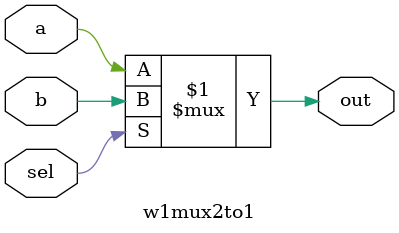
<source format=v>
module top(CLOCK_50, SW, KEY, LEDR, HEX0, HEX1, CLOCK2_50, FPGA_I2C_SCLK, FPGA_I2C_SDAT, AUD_XCK, 
		        AUD_DACLRCK, AUD_ADCLRCK, AUD_BCLK, AUD_ADCDAT, AUD_DACDAT);
    	input CLOCK_50, CLOCK2_50;
	input [3:0] KEY;
	input [9:0] SW;
	// I2C Audio/Video config interface
	output FPGA_I2C_SCLK;
	inout FPGA_I2C_SDAT;
	// Audio CODEC
	output AUD_XCK;
	input AUD_DACLRCK, AUD_ADCLRCK, AUD_BCLK;
	input AUD_ADCDAT;
	output AUD_DACDAT;
    output [9:0] LEDR;
    output [6:0] HEX0, HEX1;
	 
	 // Local wires.
	wire read_ready, write_ready;
	reg read, write;
	wire [23:0] readdata_left, readdata_right;
	reg [23:0] writedata_left, writedata_right;
	wire reset = ~KEY[0];
    
    wire resetn;
    wire go;
    wire wren_key;
  
    assign go = ~KEY[1];
    assign resetn = KEY[0];
    assign wren_key = ~KEY[2];
	 
	 /////////////////////////////////
	// Your code goes here 
	/////////////////////////////////
	

	always @(*)
	begin
	if (reset)
		read <= 1'b0;
	write <= 1'b0;
	writedata_left <= 24'd0;
	writedata_right <= 24'd0;	
	if (write_ready)
		write <= 1'b1;
	if (write) begin
		writedata_left <= {soundOut, 23'd0};
		writedata_right <= {soundOut, 23'd0};
		end
	if (read_ready)
		read <= 1'b1;
	end
	wire soundOut;
	 
    CD cd(
        .clk(CLOCK_50),
        .resetn(resetn),
        .go(go),
        .note_in(SW[3:0]),
        .address(SW[8:4]),
        .wren_key(wren_key),
        .play(SW[9]),
        .metronome(LEDR[0]),
        .sound(soundOut)
    );
	 
	 hex_display h0(SW[0], SW[1], SW[2], SW[3], HEX0);
	 hex_display h1(SW[4], SW[5], SW[6], SW[7], HEX1);
	 
	 /////////////////////////////////////////////////////////////////////////////////
// Audio CODEC interface. 
//
// The interface consists of the following wires:
// read_ready, write_ready - CODEC ready for read/write operation 
// readdata_left, readdata_right - left and right channel data from the CODEC
// read - send data from the CODEC (both channels)
// writedata_left, writedata_right - left and right channel data to the CODEC
// write - send data to the CODEC (both channels)
// AUD_* - should connect to top-level entity I/O of the same name.
//         These signals go directly to the Audio CODEC
// I2C_* - should connect to top-level entity I/O of the same name.
//         These signals go directly to the Audio/Video Config module
/////////////////////////////////////////////////////////////////////////////////
	clock_generator my_clock_gen(
		// inputs
		CLOCK2_50,
		reset,

		// outputs
		AUD_XCK
	);

	audio_and_video_config cfg(
		// Inputs
		CLOCK_50,
		reset,

		// Bidirectionals
		FPGA_I2C_SDAT,
		FPGA_I2C_SCLK
	);

	audio_codec codec(
		// Inputs
		CLOCK_50,
		reset,

		read,	write,
		writedata_left, writedata_right,

		AUD_ADCDAT,

		// Bidirectionals
		AUD_BCLK,
		AUD_ADCLRCK,
		AUD_DACLRCK,

		// Outputs
		read_ready, write_ready,
		readdata_left, readdata_right,
		AUD_DACDAT
	);
    
endmodule

module hex_display(c0,c1,c2,c3,h);
    input c0, c1, c2, c3;
    output [6:0] h;
    
    assign h[0] = ~c3&~c2&~c1&c0|~c3&c2&~c1&~c0|c3&~c2&c1&c0|c3&c2&~c1&c0;
    assign h[1] = c3&c2&~c0|c3&c1&c0|~c3&c2&~c1&c0|c2&c1&~c0;
    assign h[2] = c3&c2&c1|c3&c2&~c0|~c3&~c2&c1&~c0;
    assign h[3] = ~c3&c2&~c1&~c0|~c2&~c1&c0|c2&c1&c0|c3&~c2&c1&~c0;
    assign h[4] = ~c3&c0|~c2&~c1&c0|~c3&c2&~c1;
    assign h[5] = ~c3&~c2&c1|~c3&c1&c0|~c3&~c2&c0|c3&c2&~c1&c0;
    assign h[6] = ~c3&~c2&~c1|c3&c2&~c1&~c0|~c3&c2&c1&c0;
endmodule

module CD(
    input clk,
    input resetn,
    input go,
    input [3:0] note_in,
    input [4:0] address,
    input wren_key,
    input play,
    output metronome,
    output sound
    );
    
    wire  dem_sel, loop_en;
    wire  mux_sel_a, mux_sel_b, mux_sel_c;

    control C0(
        .clk(clk),
        .resetn(resetn),
        .go(go),
        .dem_sel(dem_sel), 
        .loop_en(loop_en),
        .mux_sel_a(mux_sel_a), 
        .mux_sel_b(mux_sel_b), 
        .mux_sel_c(mux_sel_c)
    );

    datapath D0(
        .clk(clk), 
        .resetn(resetn), 
        .note_in(note_in), 
        .address(address), 
        .wren_key(wren_key), 
        .play(play),
        .dem_sel(dem_sel),
        .mux_sel_a(mux_sel_a), 
        .mux_sel_b(mux_sel_b), 
        .mux_sel_c(mux_sel_c),
	.loop_en(loop_en), 
        .metronome(metronome), 
        .sound(sound)
    );
endmodule

module control(
    input clk,
    input resetn,
    input go,

    output reg  dem_sel, loop_en,
    output reg  mux_sel_a, mux_sel_b, mux_sel_c
    );

    reg [2:0] current_state, next_state; 
    
    localparam  PLAY             = 3'd0,
                PLAY_WAIT        = 3'd1,
                LOAD_NOTE        = 3'd2,
                LOAD_NOTE_WAIT   = 3'd3,
                LOOP             = 3'd4,
                LOOP_WAIT        = 3'd5;
    
    // Next state logic aka our state table
    always@(*)
    begin: state_table 
            case (current_state)
                PLAY:              next_state = go ? PLAY_WAIT : PLAY;
                PLAY_WAIT:         next_state = go ? PLAY_WAIT : LOAD_NOTE;
                LOAD_NOTE:         next_state = go ? LOAD_NOTE_WAIT : LOAD_NOTE;
                LOAD_NOTE_WAIT:    next_state = go ? LOAD_NOTE_WAIT : LOOP;   
                LOOP:              next_state = go ? LOOP_WAIT : LOOP;        
                LOOP_WAIT:         next_state = go ? LOOP_WAIT: PLAY;
            	default:           next_state = PLAY;
        	endcase
    end // state_table

   

    // Output logic aka all of our datapath control signals
    always @(*)
    begin: enable_signals
        // By default make all our signals 0
        dem_sel   = 1'b0;
        loop_en   = 1'b0;
        mux_sel_a = 1'b0;
        mux_sel_b = 1'b0;
        mux_sel_c = 1'b0;

        case (current_state)
            PLAY: begin
                dem_sel   = 1'b0; // Load notes to the muxA
                mux_sel_a = 1'b0; // Load notes from the muxA
                mux_sel_c = 1'b0;                
                // Play Switch on or off decide by user
                end
            LOAD_NOTE: begin
                loop_en   = 1'b0; // Loop is not enabled
                dem_sel   = 1'b1; // Load notes to the RAM               
                mux_sel_a = 1'b1; // Load notes from the RAM
                mux_sel_b = 1'b0; // Address from SW-related address
                mux_sel_c = 1'b0;// Load Address from SW-related address and load notes directly to muxA
                end
            LOOP: begin
                loop_en   = 1'b1; 
                mux_sel_a = 1'b1; // Load notes from the RAM
                mux_sel_b = 1'b1; // Address from address selector
                mux_sel_c = 1'b1;// Load Address from address selector and load notes to RAM
                end
        // default:    
        // don't need default since we already made sure all of our outputs were assigned a value at the start of the always block
        endcase
    end // enable_signals
   
    // current_state registers
    always@(posedge clk)
    begin: state_FFs
        if(!resetn)
            current_state <= PLAY;
        else
            current_state <= next_state;
    end // state_FFS
endmodule


module datapath(clk, resetn, note_in, address, wren_key, dem_sel,
				mux_sel_a, mux_sel_b, mux_sel_c, play, loop_en, metronome, sound);
	input clk, resetn;
	input [3:0] note_in;
	input [4:0] address;
	input wren_key;
	input dem_sel, mux_sel_a, mux_sel_b, mux_sel_c, play, loop_en;
	output metronome;
	output sound;
	
	wire [3:0] note_to_gen;
	wire [3:0] note_to_ram;
	
	wire [4:0] auto_ad;
	
	wire wren_wire;
	
	wire [4:0] ram_address;
	
	wire [3:0] ram_to_gen;
	
	wire [3:0] note_gen_in;
	
	demux1to2 demux(
		.in(note_in),
		.sel(dem_sel),
		.out_l(note_to_gen),
		.out_r(note_to_ram));
	
	addressSelector as(
		.clk(clk),
		.enable(loop_en),
		.resetn(resetn),
		.beat(metronome),
		.num(auto_ad));
	
	w5mux2to1 mux_ads(
		.a(address),
		.b(auto_ad),
		.sel(mux_sel_b),
		.out(ram_address));
	
	w1mux2to1 mux_wren(
		.a(wren_key),
		.b(1'b0),
		.sel(mux_sel_c),
		.out(wren_wire));
	
	ram32x4 ram(
		.address(ram_address),
		.clock(clk),
		.data(note_to_ram),
		.wren(wren_wire),
		.q(ram_to_gen));
	
	w4mux2to1 mux_gen(
		.a(note_to_gen),
		.b(ram_to_gen),
		.sel(mux_sel_a),
		.out(note_gen_in));
	
	noteGenerator ng(clk, play, resetn, note_gen_in, sound);
	
endmodule
// ----------------------------------------------------------
// --------------- AUTOMATIC ADDRESS SELECTOR -----------------
// -----------------------------------------------------------
// Beat: controls the LED
// 		- the light flashes at 120bpm, on every quarter beat
// 		- the result is that the light alternates between on and off on every eighth note
//		- this way the user can tell what note they're on when they switch off enable
// Num: ram address
// 		- increases on every eighth note
// 		- the result is that every cell in the ram corresponds to one eighth note

module addressSelector(clk, enable, resetn, beat, num);
	input clk, enable, resetn;
	output beat;
	output [4:0] num;
	
	wire rate;
	rateDivider r(clk, enable, resetn, rate);
	
	lightChanger lc(clk, rate, resetn, beat);
	addressCounter ad(clk, rate, resetn, num);
endmodule

module rateDivider(clk, enable, resetn, out);
	input clk, enable, resetn;
	output reg out;
//	localparam d = 25'd20; // for key (use and simulation)
//	localparam d = 25'd3; // for simulation
 	localparam d = 25'd12500000; // for use (with CLOCK_50)
	
	reg [24:0] count;
	
	always @(posedge clk)
	begin
		out <= 1'b0;
		if (!resetn)
			begin
			out <= 1'b0;
			count <= d - 1'b1;
			end
		else if (enable)
		begin
			if (count == 25'd0)
				begin
				out <= 1'b1;
				count <= d - 1'b1;
				end
			else
				count <= count - 1'b1;
		end 
	end
endmodule

module lightChanger(clk, enable, resetn, out);
	input clk, enable, resetn;
	output reg out;
	
	always @(posedge clk)
	begin
		if (!resetn)
			out <= 1'b0;
		else if (enable)
			out <= ~out;
	end
endmodule

module addressCounter(clk, enable, resetn, out);
	input clk, enable, resetn;
	output reg [4:0] out;
	
	reg flag; // 1 if the count is starting from reset
	
	always @(posedge clk)
	begin
		if (!resetn)
			begin
			out <= 5'b0;
			flag <= 1'b1;
			end
		else if (enable)
			begin
			if (flag)
				begin
				out <= 5'b0;
				flag <= 1'b0;
				end
			else if (out == 5'd15)
				out <= 5'd0;
			else	
				out <= out + 1'b1;
			end
	end
endmodule

// -----------------------------------------------------

// -------------------------------------------------------
// ------------- RAM32X4 ---------------------------------
// -------------------------------------------------------

module ram32x4 (
	address,
	clock,
	data,
	wren,
	q);

	input	[4:0]  address;
	input	  clock;
	input	[3:0]  data;
	input	  wren;
	output	[3:0]  q;
`ifndef ALTERA_RESERVED_QIS
// synopsys translate_off
`endif
	tri1	  clock;
`ifndef ALTERA_RESERVED_QIS
// synopsys translate_on
`endif

	wire [3:0] sub_wire0;
	wire [3:0] q = sub_wire0[3:0];

	altsyncram	altsyncram_component (
				.address_a (address),
				.clock0 (clock),
				.data_a (data),
				.wren_a (wren),
				.q_a (sub_wire0),
				.aclr0 (1'b0),
				.aclr1 (1'b0),
				.address_b (1'b1),
				.addressstall_a (1'b0),
				.addressstall_b (1'b0),
				.byteena_a (1'b1),
				.byteena_b (1'b1),
				.clock1 (1'b1),
				.clocken0 (1'b1),
				.clocken1 (1'b1),
				.clocken2 (1'b1),
				.clocken3 (1'b1),
				.data_b (1'b1),
				.eccstatus (),
				.q_b (),
				.rden_a (1'b1),
				.rden_b (1'b1),
				.wren_b (1'b0));
	defparam
		altsyncram_component.clock_enable_input_a = "BYPASS",
		altsyncram_component.clock_enable_output_a = "BYPASS",
		altsyncram_component.intended_device_family = "Cyclone V",
		altsyncram_component.lpm_hint = "ENABLE_RUNTIME_MOD=NO",
		altsyncram_component.lpm_type = "altsyncram",
		altsyncram_component.numwords_a = 32,
		altsyncram_component.operation_mode = "SINGLE_PORT",
		altsyncram_component.outdata_aclr_a = "NONE",
		altsyncram_component.outdata_reg_a = "UNREGISTERED",
		altsyncram_component.power_up_uninitialized = "FALSE",
		altsyncram_component.read_during_write_mode_port_a = "NEW_DATA_NO_NBE_READ",
		altsyncram_component.widthad_a = 5,
		altsyncram_component.width_a = 4,
		altsyncram_component.width_byteena_a = 1;


endmodule
// -------------------------------------------------------

// -------------------------------------------------------
// -------------NOTE GENERATOR--------------------------------
// -------------------------------------------------------

module noteGenerator(clk, enable, resetn, note, sound);
	input clk, enable, resetn;
	input [3:0] note;
	output sound;
	
	wire [16:0] frequency;
	noteLUT nl(note, frequency);
	
	soundGenerator sg(clk, resetn, enable, frequency, sound);
endmodule

module soundGenerator(clk, resetn, enable, freq, sound);
	input clk, resetn, enable;
	input [16:0] freq;
	output reg sound;
	
	reg [16:0] count;
    
    always @(posedge clk)
		begin
		if (!resetn)
    		count <= 17'd0;
    	else if (enable)
			begin	
			if(count == 17'd0)
				count <= freq;
			else
				count <= count - 1'b1;
			end
		end
	 
    always @(posedge clk) 
		begin
		if (!resetn)
			sound <= 1'b0;
		else if (enable)
			begin
			if(count == 17'd0)
				sound <= ~sound;
			end
		end
endmodule

module noteLUT(note, frequency);
    input [3:0] note;
    output reg [16:0] frequency;
    
    always @(*)
        case(note)
         0: frequency = 17'd95420 - 1'b1; // C4
  	    1: frequency = 17'd85034 - 1'b1; // D4
  	    2: frequency = 17'd71633 - 1'b1; // F4
  	    3: frequency = 17'd63776 - 1'b1; // G4
  	    4: frequency = 17'd56818 - 1'b1; // A4
  	    5: frequency = 17'd47801 - 1'b1; // C5
  	    6: frequency = 17'd42589 - 1'b1; // D5
         7: frequency =17'd35817 - 1'b1; // F5
         8: frequency = 17'd31888 - 1'b1; // G5
  	    9: frequency = 17'd28409 - 1'b1; // A5
//		0: frequency = 16'd3 - 1'b1; // C4
// 	    1: frequency = 16'd4 - 1'b1; // D4
// 	    2: frequency = 16'd5 - 1'b1; // F4
// 	    3: frequency = 16'd6 - 1'b1; // G4
// 	    4: frequency = 16'd7 - 1'b1; // A4
// 	    5: frequency = 16'd8 - 1'b1; // C5
// 	    6: frequency = 16'd9 - 1'b1; // D5
//        7: frequency = 16'd10 - 1'b1; // F5
//	    8: frequency = 16'd11 - 1'b1; // G5
// 	    9: frequency = 16'd12 - 1'b1; // A5
 	    default: frequency = 17'd0;
        endcase
endmodule
// -------------------------------------------------------

// -------------------------------------------------------
// -------------(DE)MUXES--------------------------------
// -------------------------------------------------------

module demux1to2(in, sel, out_l, out_r);
	input [3:0] in;
	input sel;
	output reg [3:0] out_l;
	output reg [3:0] out_r;
	
	always @(*)
	case(sel)
		0: 	begin
			out_l = in;
			out_r = 4'd0;
			end
		1:	begin
			out_l = 4'd0;
			out_r = in;
			end
	endcase
	
endmodule

module w5mux2to1(a, b, sel, out);
    input [4:0] a; //selected when sel is 0
    input [4:0] b; //selected when sel is 1
    input sel; //select signal
    output [4:0] out; //output
  
    assign out = sel ? b : a;

endmodule

module w4mux2to1(a, b, sel, out);
    input [3:0] a; //selected when sel is 0
    input [3:0] b; //selected when sel is 1
    input sel; //select signal
    output [3:0] out; //output
  
    assign out = sel ? b : a;

endmodule

module w1mux2to1(a, b, sel, out);
	input a, b, sel;
	output out;
	
	assign out = sel ? b : a;
endmodule
// -------------------------------------------------------
</source>
